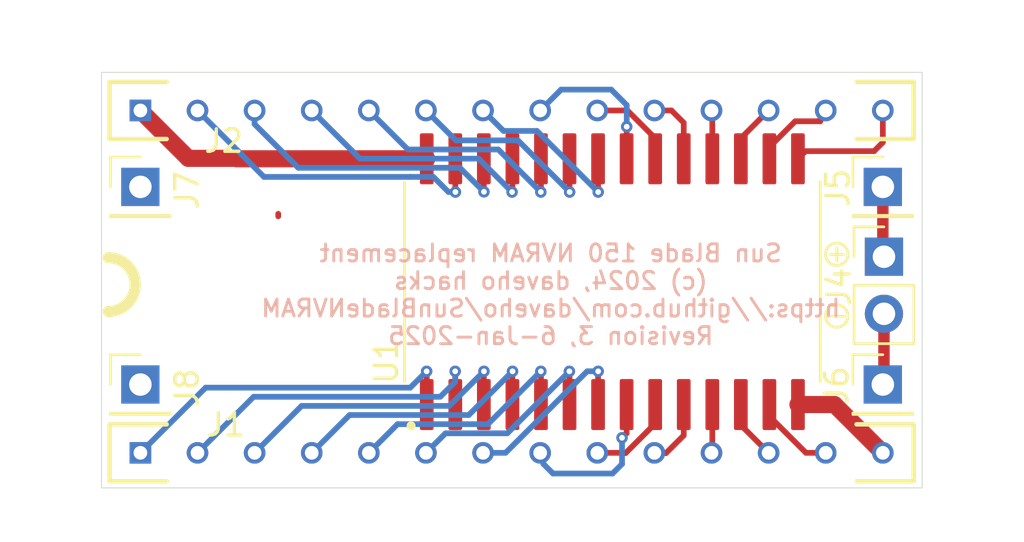
<source format=kicad_pcb>
(kicad_pcb (version 20240108) (generator "pcbnew") (generator_version "8.0")
  (title_block (rev "1"))
  (layers (0 "F.Cu" signal "Front") (31 "B.Cu" signal "Back") (34 "B.Paste" user) (35 "F.Paste" user) (36 "B.SilkS" user "B.Silkscreen") (37 "F.SilkS" user "F.Silkscreen") (38 "B.Mask" user) (39 "F.Mask" user) (44 "Edge.Cuts" user))
  (net 0 "")
  (net 1 "Net-(J1-Pin_10)")
  (net 2 "Net-(J1-Pin_9)")
  (net 3 "Net-(J1-Pin_11)")
  (net 4 "Net-(J1-Pin_14)")
  (net 5 "Net-(J1-Pin_13)")
  (net 6 "Net-(J1-Pin_12)")
  (net 7 "Net-(J1-Pin_8)")
  (net 8 "Net-(J2-Pin_4)")
  (net 9 "Net-(J2-Pin_10)")
  (net 10 "Net-(J2-Pin_11)")
  (net 11 "Net-(J2-Pin_12)")
  (net 12 "Net-(J2-Pin_5)")
  (net 13 "Net-(J2-Pin_9)")
  (net 14 "Net-(J2-Pin_14)")
  (net 15 "Net-(J2-Pin_13)")
  (net 16 "Net-(J2-Pin_8)")
  (net 17 "Net-(J3-Pin_1)")
  (net 18 "Net-(J4-Pin_2)")
  (net 19 "Net-(J4-Pin_1)")
  (net 22 "Net-(J1-Pin_6)")
  (net 23 "Net-(J2-Pin_7)")
  (net 24 "Net-(J1-Pin_5)")
  (net 25 "Net-(J2-Pin_3)")
  (net 26 "Net-(J2-Pin_6)")
  (net 27 "Net-(J2-Pin_1)")
  (net 28 "Net-(J1-Pin_2)")
  (net 29 "Net-(J1-Pin_4)")
  (net 30 "Net-(J1-Pin_1)")
  (net 31 "Net-(J1-Pin_7)")
  (net 32 "Net-(J1-Pin_3)")
  (net 33 "Net-(J2-Pin_2)")
  (footprint "Connector_PinHeader_2.54mm:PinHeader_1x01_P2.54mm_Vertical" (layer "F.Cu") (at 118 74.9)
    (property "Reference" "J5" (at -2 0.05 90) (layer "F.SilkS"))
    (property "Value" "Conn_01x01_Pin")
    (fp_line (start -1.33 -1.33) (end 0 -1.33) (stroke (width 0.12)) (layer "F.SilkS"))
    (fp_line (start -1.33 0) (end -1.33 -1.33) (stroke (width 0.12)) (layer "F.SilkS"))
    (fp_line (start -1.33 1.27) (end -1.33 1.33) (stroke (width 0.12)) (layer "F.SilkS"))
    (fp_line (start -1.33 1.27) (end 1.33 1.27) (stroke (width 0.12)) (layer "F.SilkS"))
    (fp_line (start -1.33 1.33) (end 1.33 1.33) (stroke (width 0.12)) (layer "F.SilkS"))
    (fp_line (start 1.33 1.27) (end 1.33 1.33) (stroke (width 0.12)) (layer "F.SilkS"))
    (pad "1" thru_hole rect (at 0 0) (size 1.7 1.7) (drill 1) (layers "*.Cu" "*.Mask") (net 19 "Net-(J4-Pin_1)"))
  )
  (footprint "Connector_PinHeader_2.54mm:PinHeader_1x01_P2.54mm_Vertical" (layer "F.Cu") (at 84.98 83.7)
    (property "Reference" "J8" (at 2.07 0.15 90) (layer "F.SilkS"))
    (property "Value" "Conn_01x01_Pin")
    (fp_line (start -1.33 -1.33) (end 0 -1.33) (stroke (width 0.12)) (layer "F.SilkS"))
    (fp_line (start -1.33 0) (end -1.33 -1.33) (stroke (width 0.12)) (layer "F.SilkS"))
    (fp_line (start -1.33 1.27) (end -1.33 1.33) (stroke (width 0.12)) (layer "F.SilkS"))
    (fp_line (start -1.33 1.27) (end 1.33 1.27) (stroke (width 0.12)) (layer "F.SilkS"))
    (fp_line (start -1.33 1.33) (end 1.33 1.33) (stroke (width 0.12)) (layer "F.SilkS"))
    (fp_line (start 1.33 1.27) (end 1.33 1.33) (stroke (width 0.12)) (layer "F.SilkS"))
    (pad "1" thru_hole rect (at 0 0) (size 1.7 1.7) (drill 1) (layers "*.Cu" "*.Mask"))
  )
  (footprint "Connector_PinHeader_2.54mm:PinHeader_1x02_P2.54mm_Vertical" (layer "F.Cu") (at 118.05 78.01)
    (property "Reference" "J4" (at -2 1.34 90) (layer "F.SilkS"))
    (property "Value" "Conn_01x02_Pin")
    (fp_line (start -1.33 -1.33) (end 0 -1.33) (stroke (width 0.12)) (layer "F.SilkS"))
    (fp_line (start -1.33 0) (end -1.33 -1.33) (stroke (width 0.12)) (layer "F.SilkS"))
    (fp_line (start -1.33 1.27) (end -1.33 3.87) (stroke (width 0.12)) (layer "F.SilkS"))
    (fp_line (start -1.33 1.27) (end 1.33 1.27) (stroke (width 0.12)) (layer "F.SilkS"))
    (fp_line (start -1.33 3.87) (end 1.33 3.87) (stroke (width 0.12)) (layer "F.SilkS"))
    (fp_line (start 1.33 1.27) (end 1.33 3.87) (stroke (width 0.12)) (layer "F.SilkS"))
    (pad "1" thru_hole rect (at 0 0) (size 1.7 1.7) (drill 1) (layers "*.Cu" "*.Mask") (net 19 "Net-(J4-Pin_1)"))
    (pad "2" thru_hole oval (at 0 2.54) (size 1.7 1.7) (drill 1) (layers "*.Cu" "*.Mask") (net 18 "Net-(J4-Pin_2)"))
  )
  (footprint "Connector_PinHeader_2.54mm:PinHeader_1x01_P2.54mm_Vertical" (layer "F.Cu") (at 84.98 74.9)
    (property "Reference" "J7" (at 2.07 0.15 90) (layer "F.SilkS"))
    (property "Value" "Conn_01x01_Pin")
    (fp_line (start -1.33 -1.33) (end 0 -1.33) (stroke (width 0.12)) (layer "F.SilkS"))
    (fp_line (start -1.33 0) (end -1.33 -1.33) (stroke (width 0.12)) (layer "F.SilkS"))
    (fp_line (start -1.33 1.27) (end -1.33 1.33) (stroke (width 0.12)) (layer "F.SilkS"))
    (fp_line (start -1.33 1.27) (end 1.33 1.27) (stroke (width 0.12)) (layer "F.SilkS"))
    (fp_line (start -1.33 1.33) (end 1.33 1.33) (stroke (width 0.12)) (layer "F.SilkS"))
    (fp_line (start 1.33 1.27) (end 1.33 1.33) (stroke (width 0.12)) (layer "F.SilkS"))
    (pad "1" thru_hole rect (at 0 0) (size 1.7 1.7) (drill 1) (layers "*.Cu" "*.Mask"))
  )
  (footprint "SunBladeNVRAM:SAMTEC_BBL-114-T-E" (layer "F.Cu") (at 84.98 86.74)
    (property "Reference" "J1" (at 3.8 -1.25 0) (layer "F.SilkS"))
    (property "Value" "Conn_01x14_Pin")
    (fp_line (start -1.372 -1.27) (end 1.168 -1.27) (stroke (width 0.2)) (layer "F.SilkS"))
    (fp_line (start -1.372 1.27) (end -1.372 -1.27) (stroke (width 0.2)) (layer "F.SilkS"))
    (fp_line (start -1.372 1.27) (end 1.168 1.27) (stroke (width 0.2)) (layer "F.SilkS"))
    (fp_line (start 34.392 -1.27) (end 31.852 -1.27) (stroke (width 0.2)) (layer "F.SilkS"))
    (fp_line (start 34.392 -1.27) (end 34.392 1.27) (stroke (width 0.2)) (layer "F.SilkS"))
    (fp_line (start 34.392 1.27) (end 31.852 1.27) (stroke (width 0.2)) (layer "F.SilkS"))
    (pad "1" thru_hole rect (at 0 0) (size 0.96 0.96) (drill 0.61) (layers "*.Cu" "*.Mask") (net 30 "Net-(J1-Pin_1)"))
    (pad "2" thru_hole circle (at 2.54 0) (size 0.96 0.96) (drill 0.61) (layers "*.Cu" "*.Mask") (net 28 "Net-(J1-Pin_2)"))
    (pad "3" thru_hole circle (at 5.08 0) (size 0.96 0.96) (drill 0.61) (layers "*.Cu" "*.Mask") (net 32 "Net-(J1-Pin_3)"))
    (pad "4" thru_hole circle (at 7.62 0) (size 0.96 0.96) (drill 0.61) (layers "*.Cu" "*.Mask") (net 29 "Net-(J1-Pin_4)"))
    (pad "5" thru_hole circle (at 10.16 0) (size 0.96 0.96) (drill 0.61) (layers "*.Cu" "*.Mask") (net 24 "Net-(J1-Pin_5)"))
    (pad "6" thru_hole circle (at 12.7 0) (size 0.96 0.96) (drill 0.61) (layers "*.Cu" "*.Mask") (net 22 "Net-(J1-Pin_6)"))
    (pad "7" thru_hole circle (at 15.24 0) (size 0.96 0.96) (drill 0.61) (layers "*.Cu" "*.Mask") (net 31 "Net-(J1-Pin_7)"))
    (pad "8" thru_hole circle (at 17.78 0) (size 0.96 0.96) (drill 0.61) (layers "*.Cu" "*.Mask") (net 7 "Net-(J1-Pin_8)"))
    (pad "9" thru_hole circle (at 20.32 0) (size 0.96 0.96) (drill 0.61) (layers "*.Cu" "*.Mask") (net 2 "Net-(J1-Pin_9)"))
    (pad "10" thru_hole circle (at 22.86 0) (size 0.96 0.96) (drill 0.61) (layers "*.Cu" "*.Mask") (net 1 "Net-(J1-Pin_10)"))
    (pad "11" thru_hole circle (at 25.4 0) (size 0.96 0.96) (drill 0.61) (layers "*.Cu" "*.Mask") (net 3 "Net-(J1-Pin_11)"))
    (pad "12" thru_hole circle (at 27.94 0) (size 0.96 0.96) (drill 0.61) (layers "*.Cu" "*.Mask") (net 6 "Net-(J1-Pin_12)"))
    (pad "13" thru_hole circle (at 30.48 0) (size 0.96 0.96) (drill 0.61) (layers "*.Cu" "*.Mask") (net 5 "Net-(J1-Pin_13)"))
    (pad "14" thru_hole circle (at 33.02 0) (size 0.96 0.96) (drill 0.61) (layers "*.Cu" "*.Mask") (net 4 "Net-(J1-Pin_14)"))
  )
  (footprint "SunBladeNVRAM:M48T59Y-MH" (layer "F.Cu") (at 105.97 79.12 90)
    (property "Reference" "U1" (at -3.54 -10.057 90) (layer "F.SilkS"))
    (property "Value" "M48T59Y-70MH1")
    (fp_line (start -4.445 -9.245) (end 4.445 -9.245) (stroke (width 0.127)) (layer "F.SilkS"))
    (fp_line (start -4.445 9.245) (end 4.445 9.245) (stroke (width 0.127)) (layer "F.SilkS"))
    (fp_circle (center -6.42 -8.95) (end -6.32 -8.95) (stroke (width 0.2)) (fill none) (layer "F.SilkS"))
    (pad "1" smd roundrect (at -5.47 -8.255 90) (size 2.27 0.61) (layers "F.Cu" "F.Paste" "F.Mask") (roundrect_rratio 0.125) (net 30 "Net-(J1-Pin_1)"))
    (pad "2" smd roundrect (at -5.47 -6.985 90) (size 2.27 0.61) (layers "F.Cu" "F.Paste" "F.Mask") (roundrect_rratio 0.125) (net 28 "Net-(J1-Pin_2)"))
    (pad "3" smd roundrect (at -5.47 -5.715 90) (size 2.27 0.61) (layers "F.Cu" "F.Paste" "F.Mask") (roundrect_rratio 0.125) (net 32 "Net-(J1-Pin_3)"))
    (pad "4" smd roundrect (at -5.47 -4.445 90) (size 2.27 0.61) (layers "F.Cu" "F.Paste" "F.Mask") (roundrect_rratio 0.125) (net 29 "Net-(J1-Pin_4)"))
    (pad "5" smd roundrect (at -5.47 -3.175 90) (size 2.27 0.61) (layers "F.Cu" "F.Paste" "F.Mask") (roundrect_rratio 0.125) (net 24 "Net-(J1-Pin_5)"))
    (pad "6" smd roundrect (at -5.47 -1.905 90) (size 2.27 0.61) (layers "F.Cu" "F.Paste" "F.Mask") (roundrect_rratio 0.125) (net 22 "Net-(J1-Pin_6)"))
    (pad "7" smd roundrect (at -5.47 -0.635 90) (size 2.27 0.61) (layers "F.Cu" "F.Paste" "F.Mask") (roundrect_rratio 0.125) (net 31 "Net-(J1-Pin_7)"))
    (pad "8" smd roundrect (at -5.47 0.635 90) (size 2.27 0.61) (layers "F.Cu" "F.Paste" "F.Mask") (roundrect_rratio 0.125) (net 7 "Net-(J1-Pin_8)"))
    (pad "9" smd roundrect (at -5.47 1.905 90) (size 2.27 0.61) (layers "F.Cu" "F.Paste" "F.Mask") (roundrect_rratio 0.125) (net 2 "Net-(J1-Pin_9)"))
    (pad "10" smd roundrect (at -5.47 3.175 90) (size 2.27 0.61) (layers "F.Cu" "F.Paste" "F.Mask") (roundrect_rratio 0.125) (net 1 "Net-(J1-Pin_10)"))
    (pad "11" smd roundrect (at -5.47 4.445 90) (size 2.27 0.61) (layers "F.Cu" "F.Paste" "F.Mask") (roundrect_rratio 0.125) (net 3 "Net-(J1-Pin_11)"))
    (pad "12" smd roundrect (at -5.47 5.715 90) (size 2.27 0.61) (layers "F.Cu" "F.Paste" "F.Mask") (roundrect_rratio 0.125) (net 6 "Net-(J1-Pin_12)"))
    (pad "13" smd roundrect (at -5.47 6.985 90) (size 2.27 0.61) (layers "F.Cu" "F.Paste" "F.Mask") (roundrect_rratio 0.125) (net 5 "Net-(J1-Pin_13)"))
    (pad "14" smd roundrect (at -5.47 8.255 90) (size 2.27 0.61) (layers "F.Cu" "F.Paste" "F.Mask") (roundrect_rratio 0.125) (net 4 "Net-(J1-Pin_14)"))
    (pad "15" smd roundrect (at 5.47 8.255 90) (size 2.27 0.61) (layers "F.Cu" "F.Paste" "F.Mask") (roundrect_rratio 0.125) (net 14 "Net-(J2-Pin_14)"))
    (pad "16" smd roundrect (at 5.47 6.985 90) (size 2.27 0.61) (layers "F.Cu" "F.Paste" "F.Mask") (roundrect_rratio 0.125) (net 15 "Net-(J2-Pin_13)"))
    (pad "17" smd roundrect (at 5.47 5.715 90) (size 2.27 0.61) (layers "F.Cu" "F.Paste" "F.Mask") (roundrect_rratio 0.125) (net 11 "Net-(J2-Pin_12)"))
    (pad "18" smd roundrect (at 5.47 4.445 90) (size 2.27 0.61) (layers "F.Cu" "F.Paste" "F.Mask") (roundrect_rratio 0.125) (net 10 "Net-(J2-Pin_11)"))
    (pad "19" smd roundrect (at 5.47 3.175 90) (size 2.27 0.61) (layers "F.Cu" "F.Paste" "F.Mask") (roundrect_rratio 0.125) (net 9 "Net-(J2-Pin_10)"))
    (pad "20" smd roundrect (at 5.47 1.905 90) (size 2.27 0.61) (layers "F.Cu" "F.Paste" "F.Mask") (roundrect_rratio 0.125) (net 13 "Net-(J2-Pin_9)"))
    (pad "21" smd roundrect (at 5.47 0.635 90) (size 2.27 0.61) (layers "F.Cu" "F.Paste" "F.Mask") (roundrect_rratio 0.125) (net 16 "Net-(J2-Pin_8)"))
    (pad "22" smd roundrect (at 5.47 -0.635 90) (size 2.27 0.61) (layers "F.Cu" "F.Paste" "F.Mask") (roundrect_rratio 0.125) (net 23 "Net-(J2-Pin_7)"))
    (pad "23" smd roundrect (at 5.47 -1.905 90) (size 2.27 0.61) (layers "F.Cu" "F.Paste" "F.Mask") (roundrect_rratio 0.125) (net 26 "Net-(J2-Pin_6)"))
    (pad "24" smd roundrect (at 5.47 -3.175 90) (size 2.27 0.61) (layers "F.Cu" "F.Paste" "F.Mask") (roundrect_rratio 0.125) (net 12 "Net-(J2-Pin_5)"))
    (pad "25" smd roundrect (at 5.47 -4.445 90) (size 2.27 0.61) (layers "F.Cu" "F.Paste" "F.Mask") (roundrect_rratio 0.125) (net 8 "Net-(J2-Pin_4)"))
    (pad "26" smd roundrect (at 5.47 -5.715 90) (size 2.27 0.61) (layers "F.Cu" "F.Paste" "F.Mask") (roundrect_rratio 0.125) (net 25 "Net-(J2-Pin_3)"))
    (pad "27" smd roundrect (at 5.47 -6.985 90) (size 2.27 0.61) (layers "F.Cu" "F.Paste" "F.Mask") (roundrect_rratio 0.125) (net 33 "Net-(J2-Pin_2)"))
    (pad "28" smd roundrect (at 5.47 -8.255 90) (size 2.27 0.61) (layers "F.Cu" "F.Paste" "F.Mask") (roundrect_rratio 0.125) (net 27 "Net-(J2-Pin_1)"))
  )
  (footprint "SunBladeNVRAM:SAMTEC_BBL-114-T-E" (layer "F.Cu") (at 84.98 71.5)
    (property "Reference" "J2" (at 3.71 1.36 0) (layer "F.SilkS"))
    (property "Value" "Conn_01x14_Pin")
    (fp_line (start -1.372 -1.27) (end 1.168 -1.27) (stroke (width 0.2)) (layer "F.SilkS"))
    (fp_line (start -1.372 1.27) (end -1.372 -1.27) (stroke (width 0.2)) (layer "F.SilkS"))
    (fp_line (start -1.372 1.27) (end 1.168 1.27) (stroke (width 0.2)) (layer "F.SilkS"))
    (fp_line (start 34.392 -1.27) (end 31.852 -1.27) (stroke (width 0.2)) (layer "F.SilkS"))
    (fp_line (start 34.392 -1.27) (end 34.392 1.27) (stroke (width 0.2)) (layer "F.SilkS"))
    (fp_line (start 34.392 1.27) (end 31.852 1.27) (stroke (width 0.2)) (layer "F.SilkS"))
    (pad "1" thru_hole rect (at 0 0) (size 0.96 0.96) (drill 0.61) (layers "*.Cu" "*.Mask") (net 27 "Net-(J2-Pin_1)"))
    (pad "2" thru_hole circle (at 2.54 0) (size 0.96 0.96) (drill 0.61) (layers "*.Cu" "*.Mask") (net 33 "Net-(J2-Pin_2)"))
    (pad "3" thru_hole circle (at 5.08 0) (size 0.96 0.96) (drill 0.61) (layers "*.Cu" "*.Mask") (net 25 "Net-(J2-Pin_3)"))
    (pad "4" thru_hole circle (at 7.62 0) (size 0.96 0.96) (drill 0.61) (layers "*.Cu" "*.Mask") (net 8 "Net-(J2-Pin_4)"))
    (pad "5" thru_hole circle (at 10.16 0) (size 0.96 0.96) (drill 0.61) (layers "*.Cu" "*.Mask") (net 12 "Net-(J2-Pin_5)"))
    (pad "6" thru_hole circle (at 12.7 0) (size 0.96 0.96) (drill 0.61) (layers "*.Cu" "*.Mask") (net 26 "Net-(J2-Pin_6)"))
    (pad "7" thru_hole circle (at 15.24 0) (size 0.96 0.96) (drill 0.61) (layers "*.Cu" "*.Mask") (net 23 "Net-(J2-Pin_7)"))
    (pad "8" thru_hole circle (at 17.78 0) (size 0.96 0.96) (drill 0.61) (layers "*.Cu" "*.Mask") (net 16 "Net-(J2-Pin_8)"))
    (pad "9" thru_hole circle (at 20.32 0) (size 0.96 0.96) (drill 0.61) (layers "*.Cu" "*.Mask") (net 13 "Net-(J2-Pin_9)"))
    (pad "10" thru_hole circle (at 22.86 0) (size 0.96 0.96) (drill 0.61) (layers "*.Cu" "*.Mask") (net 9 "Net-(J2-Pin_10)"))
    (pad "11" thru_hole circle (at 25.4 0) (size 0.96 0.96) (drill 0.61) (layers "*.Cu" "*.Mask") (net 10 "Net-(J2-Pin_11)"))
    (pad "12" thru_hole circle (at 27.94 0) (size 0.96 0.96) (drill 0.61) (layers "*.Cu" "*.Mask") (net 11 "Net-(J2-Pin_12)"))
    (pad "13" thru_hole circle (at 30.48 0) (size 0.96 0.96) (drill 0.61) (layers "*.Cu" "*.Mask") (net 15 "Net-(J2-Pin_13)"))
    (pad "14" thru_hole circle (at 33.02 0) (size 0.96 0.96) (drill 0.61) (layers "*.Cu" "*.Mask") (net 14 "Net-(J2-Pin_14)"))
  )
  (footprint "Connector_PinHeader_2.54mm:PinHeader_1x01_P2.54mm_Vertical" (layer "F.Cu") (at 118 83.7)
    (property "Reference" "J6" (at -2.05 0.05 90) (layer "F.SilkS"))
    (property "Value" "Conn_01x01_Pin")
    (fp_line (start -1.33 -1.33) (end 0 -1.33) (stroke (width 0.12)) (layer "F.SilkS"))
    (fp_line (start -1.33 0) (end -1.33 -1.33) (stroke (width 0.12)) (layer "F.SilkS"))
    (fp_line (start -1.33 1.27) (end -1.33 1.33) (stroke (width 0.12)) (layer "F.SilkS"))
    (fp_line (start -1.33 1.27) (end 1.33 1.27) (stroke (width 0.12)) (layer "F.SilkS"))
    (fp_line (start -1.33 1.33) (end 1.33 1.33) (stroke (width 0.12)) (layer "F.SilkS"))
    (fp_line (start 1.33 1.27) (end 1.33 1.33) (stroke (width 0.12)) (layer "F.SilkS"))
    (pad "1" thru_hole rect (at 0 0) (size 1.7 1.7) (drill 1) (layers "*.Cu" "*.Mask") (net 18 "Net-(J4-Pin_2)"))
  )
  (gr_circle (center 115.95 77.9) (end 116.35 78.2) (stroke (width 0.127)) (fill none) (layer "F.SilkS"))
  (gr_arc (start 83.55 78.05) (mid 84.75 79.25) (end 83.55 80.45) (stroke (width 0.5)) (layer "F.SilkS"))
  (gr_circle (center 115.95 80.65) (end 116.35 80.95) (stroke (width 0.127)) (fill none) (layer "F.SilkS"))
  (gr_rect (start 83.25 69.8) (end 119.75 88.3) (stroke (width 0.0381)) (fill none) (layer "Edge.Cuts"))
  (gr_text "Sun Blade 150 NVRAM replacement\n(c) 2024, daveho hacks\nhttps://github.com/daveho/SunBladeNVRAM\nRevision 3, 6-Jan-2025" (at 103.23 81.98 0) (layer "B.SilkS") (effects (font (size 0.762 0.762) (thickness 0.127) (bold yes)) (justify bottom mirror)))
  (gr_text "-" (at 115.45 81.05 0) (layer "F.SilkS") (effects (font (size 0.762 0.762) (thickness 0.127) (bold yes)) (justify left bottom)))
  (gr_text "+" (at 115.4 78.3 0) (layer "F.SilkS") (effects (font (size 0.762 0.762) (thickness 0.127) (bold yes)) (justify left bottom)))
  (segment (start 109.145 84.59) (end 109.145 85.965) (width 0.254) (layer "F.Cu") (net 1))
  (segment (start 108.36 86.75) (end 108.35 86.74) (width 0.254) (layer "F.Cu") (net 1))
  (segment (start 109.145 85.965) (end 108.36 86.75) (width 0.254) (layer "F.Cu") (net 1))
  (segment (start 108.35 86.74) (end 107.84 86.74) (width 0.254) (layer "F.Cu") (net 1))
  (segment (start 107.875 84.59) (end 107.875 85.435) (width 0.254) (layer "F.Cu") (net 2))
  (segment (start 106.55 86.74) (end 105.3 86.74) (width 0.254) (layer "F.Cu") (net 2))
  (segment (start 107.875 85.435) (end 106.56 86.75) (width 0.254) (layer "F.Cu") (net 2))
  (segment (start 106.56 86.75) (end 106.55 86.74) (width 0.254) (layer "F.Cu") (net 2))
  (segment (start 110.415 84.59) (end 110.415 86.705) (width 0.254) (layer "F.Cu") (net 3))
  (segment (start 110.415 86.705) (end 110.38 86.74) (width 0.254) (layer "F.Cu") (net 3))
  (segment (start 114.225 84.59) (end 115.85 84.59) (width 0.762) (layer "F.Cu") (net 4))
  (segment (start 115.85 84.59) (end 118 86.74) (width 0.762) (layer "F.Cu") (net 4))
  (segment (start 114.582422 86.74) (end 115.46 86.74) (width 0.254) (layer "F.Cu") (net 5))
  (segment (start 112.955 84.59) (end 112.955 85.112578) (width 0.254) (layer "F.Cu") (net 5))
  (segment (start 112.955 85.112578) (end 114.582422 86.74) (width 0.254) (layer "F.Cu") (net 5))
  (segment (start 111.685 85.505) (end 112.92 86.74) (width 0.254) (layer "F.Cu") (net 6))
  (segment (start 111.685 84.59) (end 111.685 85.505) (width 0.254) (layer "F.Cu") (net 6))
  (segment (start 106.605 84.59) (end 106.605 85.865) (width 0.254) (layer "F.Cu") (net 7))
  (segment (start 106.605 85.865) (end 106.4 86.07) (width 0.254) (layer "F.Cu") (net 7))
  (via (at 106.4 86.07) (size 0.508) (drill 0.254) (layers "F.Cu" "B.Cu") (net 7))
  (segment (start 105.98 87.66) (end 103.33 87.66) (width 0.254) (layer "B.Cu") (net 7))
  (segment (start 103.33 87.66) (end 102.9 87.23) (width 0.254) (layer "B.Cu") (net 7))
  (segment (start 106.4 87.24) (end 105.98 87.66) (width 0.254) (layer "B.Cu") (net 7))
  (segment (start 102.9 87.23) (end 102.9 86.88) (width 0.254) (layer "B.Cu") (net 7))
  (segment (start 102.9 86.88) (end 102.76 86.74) (width 0.254) (layer "B.Cu") (net 7))
  (segment (start 106.4 86.07) (end 106.4 87.24) (width 0.254) (layer "B.Cu") (net 7))
  (segment (start 101.525 73.65) (end 101.525 75.115) (width 0.254) (layer "F.Cu") (net 8))
  (segment (start 101.525 75.115) (end 101.51 75.13) (width 0.254) (layer "F.Cu") (net 8))
  (segment (start 101.4948 73.6198) (end 101.525 73.65) (width 0.254) (layer "F.Cu") (net 8))
  (via (at 101.51 75.13) (size 0.508) (drill 0.254) (layers "F.Cu" "B.Cu") (net 8))
  (segment (start 101.51 75.13) (end 100.0228 73.6428) (width 0.254) (layer "B.Cu") (net 8))
  (segment (start 100.0228 73.6428) (end 94.7428 73.6428) (width 0.254) (layer "B.Cu") (net 8))
  (segment (start 94.7428 73.6428) (end 92.6 71.5) (width 0.254) (layer "B.Cu") (net 8))
  (segment (start 108.6 71.5) (end 107.84 71.5) (width 0.254) (layer "F.Cu") (net 9))
  (segment (start 109.145 72.045) (end 108.6 71.5) (width 0.254) (layer "F.Cu") (net 9))
  (segment (start 109.145 73.65) (end 109.145 72.045) (width 0.254) (layer "F.Cu") (net 9))
  (segment (start 110.415 73.65) (end 110.415 71.535) (width 0.254) (layer "F.Cu") (net 10))
  (segment (start 110.415 71.535) (end 110.38 71.5) (width 0.254) (layer "F.Cu") (net 10))
  (segment (start 111.685 73.65) (end 111.685 72.735) (width 0.254) (layer "F.Cu") (net 11))
  (segment (start 111.685 72.735) (end 112.92 71.5) (width 0.254) (layer "F.Cu") (net 11))
  (segment (start 102.795 75.125) (end 102.79 75.13) (width 0.254) (layer "F.Cu") (net 12))
  (segment (start 102.795 73.65) (end 102.795 75.125) (width 0.254) (layer "F.Cu") (net 12))
  (via (at 102.79 75.13) (size 0.508) (drill 0.254) (layers "F.Cu" "B.Cu") (net 12))
  (segment (start 96.8764 73.2364) (end 95.14 71.5) (width 0.254) (layer "B.Cu") (net 12))
  (segment (start 100.8964 73.2364) (end 96.8764 73.2364) (width 0.254) (layer "B.Cu") (net 12))
  (segment (start 102.79 75.13) (end 100.8964 73.2364) (width 0.254) (layer "B.Cu") (net 12))
  (segment (start 106.63 71.49) (end 106.62 71.5) (width 0.254) (layer "F.Cu") (net 13))
  (segment (start 107.875 73.65) (end 107.875 72.735) (width 0.254) (layer "F.Cu") (net 13))
  (segment (start 106.62 71.5) (end 105.3 71.5) (width 0.254) (layer "F.Cu") (net 13))
  (segment (start 107.875 72.735) (end 106.63 71.49) (width 0.254) (layer "F.Cu") (net 13))
  (segment (start 114.565 73.31) (end 114.225 73.65) (width 0.254) (layer "F.Cu") (net 14))
  (segment (start 118 72.92) (end 117.61 73.31) (width 0.254) (layer "F.Cu") (net 14))
  (segment (start 118 71.5) (end 118 72.92) (width 0.254) (layer "F.Cu") (net 14))
  (segment (start 117.61 73.31) (end 114.565 73.31) (width 0.254) (layer "F.Cu") (net 14))
  (segment (start 112.955 73.127422) (end 114.102422 71.98) (width 0.254) (layer "F.Cu") (net 15))
  (segment (start 112.955 73.65) (end 112.955 73.127422) (width 0.254) (layer "F.Cu") (net 15))
  (segment (start 115.22 71.98) (end 115.22 71.74) (width 0.254) (layer "F.Cu") (net 15))
  (segment (start 115.22 71.74) (end 115.46 71.5) (width 0.254) (layer "F.Cu") (net 15))
  (segment (start 114.102422 71.98) (end 115.22 71.98) (width 0.254) (layer "F.Cu") (net 15))
  (segment (start 106.607829 73.647171) (end 106.605 73.65) (width 0.254) (layer "F.Cu") (net 16))
  (segment (start 106.607829 72.222171) (end 106.607829 73.647171) (width 0.254) (layer "F.Cu") (net 16))
  (via (at 106.607829 72.222171) (size 0.508) (drill 0.254) (layers "F.Cu" "B.Cu") (net 16))
  (segment (start 105.92 70.57) (end 106.61 71.26) (width 0.254) (layer "B.Cu") (net 16))
  (segment (start 103.69 70.57) (end 105.92 70.57) (width 0.254) (layer "B.Cu") (net 16))
  (segment (start 106.61 71.26) (end 106.61 72.22) (width 0.254) (layer "B.Cu") (net 16))
  (segment (start 102.76 71.5) (end 103.69 70.57) (width 0.254) (layer "B.Cu") (net 16))
  (segment (start 106.61 72.22) (end 106.607829 72.222171) (width 0.254) (layer "B.Cu") (net 16))
  (segment (start 91.11 76.21) (end 91.11 76.1) (width 0.254) (layer "F.Cu") (net 17))
  (segment (start 118.05 83.7) (end 118.05 80.55) (width 0.508) (layer "F.Cu") (net 18))
  (segment (start 118 77.96) (end 118.05 78.01) (width 0.508) (layer "F.Cu") (net 19))
  (segment (start 118 74.9) (end 118 77.96) (width 0.508) (layer "F.Cu") (net 19))
  (segment (start 104.065 83.115) (end 104.06 83.11) (width 0.254) (layer "F.Cu") (net 22))
  (segment (start 104.065 84.59) (end 104.065 83.115) (width 0.254) (layer "F.Cu") (net 22))
  (via (at 104.06 83.11) (size 0.508) (drill 0.254) (layers "F.Cu" "B.Cu") (net 22))
  (segment (start 101.3 85.87) (end 98.99 85.87) (width 0.254) (layer "B.Cu") (net 22))
  (segment (start 98.55 85.87) (end 98.99 85.87) (width 0.254) (layer "B.Cu") (net 22))
  (segment (start 104.06 83.11) (end 101.3 85.87) (width 0.254) (layer "B.Cu") (net 22))
  (segment (start 97.68 86.74) (end 98.55 85.87) (width 0.254) (layer "B.Cu") (net 22))
  (segment (start 105.310188 73.625188) (end 105.335 73.65) (width 0.254) (layer "F.Cu") (net 23))
  (segment (start 105.335 75.125) (end 105.34 75.13) (width 0.254) (layer "F.Cu") (net 23))
  (segment (start 105.335 73.65) (end 105.335 75.125) (width 0.254) (layer "F.Cu") (net 23))
  (via (at 105.34 75.13) (size 0.508) (drill 0.254) (layers "F.Cu" "B.Cu") (net 23))
  (segment (start 102.62 72.41) (end 105.34 75.13) (width 0.254) (layer "B.Cu") (net 23))
  (segment (start 100.22 71.5) (end 101.13 72.41) (width 0.254) (layer "B.Cu") (net 23))
  (segment (start 101.13 72.41) (end 102.62 72.41) (width 0.254) (layer "B.Cu") (net 23))
  (segment (start 102.795 84.59) (end 102.795 83.115) (width 0.254) (layer "F.Cu") (net 24))
  (segment (start 102.795 83.115) (end 102.79 83.11) (width 0.254) (layer "F.Cu") (net 24))
  (via (at 102.79 83.11) (size 0.508) (drill 0.254) (layers "F.Cu" "B.Cu") (net 24))
  (segment (start 102.79 83.11) (end 100.4364 85.4636) (width 0.254) (layer "B.Cu") (net 24))
  (segment (start 96.4164 85.4636) (end 95.14 86.74) (width 0.254) (layer "B.Cu") (net 24))
  (segment (start 100.4364 85.4636) (end 96.4164 85.4636) (width 0.254) (layer "B.Cu") (net 24))
  (segment (start 100.255 75.115) (end 100.26 75.12) (width 0.254) (layer "F.Cu") (net 25))
  (segment (start 100.255 73.65) (end 100.255 75.115) (width 0.254) (layer "F.Cu") (net 25))
  (via (at 100.26 75.12) (size 0.508) (drill 0.254) (layers "F.Cu" "B.Cu") (net 25))
  (segment (start 92 74.05) (end 90.06 72.11) (width 0.254) (layer "B.Cu") (net 25))
  (segment (start 99.19 74.05) (end 92 74.05) (width 0.254) (layer "B.Cu") (net 25))
  (segment (start 100.26 75.12) (end 99.19 74.05) (width 0.254) (layer "B.Cu") (net 25))
  (segment (start 90.06 72.11) (end 90.06 71.5) (width 0.254) (layer "B.Cu") (net 25))
  (segment (start 104.065 73.65) (end 104.065 75.125) (width 0.254) (layer "F.Cu") (net 26))
  (segment (start 104.065 75.125) (end 104.07 75.13) (width 0.254) (layer "F.Cu") (net 26))
  (via (at 104.07 75.13) (size 0.508) (drill 0.254) (layers "F.Cu" "B.Cu") (net 26))
  (segment (start 101.77 72.83) (end 99.01 72.83) (width 0.254) (layer "B.Cu") (net 26))
  (segment (start 104.07 75.13) (end 101.77 72.83) (width 0.254) (layer "B.Cu") (net 26))
  (segment (start 99.01 72.83) (end 97.68 71.5) (width 0.254) (layer "B.Cu") (net 26))
  (segment (start 89.29 73.65) (end 97.715 73.65) (width 0.762) (layer "F.Cu") (net 27))
  (segment (start 89.27 73.63) (end 89.29 73.65) (width 0.762) (layer "F.Cu") (net 27))
  (segment (start 87.11 73.63) (end 89.27 73.63) (width 0.762) (layer "F.Cu") (net 27))
  (segment (start 84.98 71.5) (end 87.11 73.63) (width 0.762) (layer "F.Cu") (net 27))
  (segment (start 98.985 84.59) (end 98.985 83.115) (width 0.254) (layer "F.Cu") (net 28))
  (segment (start 98.985 83.115) (end 98.98 83.11) (width 0.254) (layer "F.Cu") (net 28))
  (via (at 98.98 83.11) (size 0.508) (drill 0.254) (layers "F.Cu" "B.Cu") (net 28))
  (segment (start 98.3156 84.2444) (end 90.0156 84.2444) (width 0.254) (layer "B.Cu") (net 28))
  (segment (start 98.98 83.58) (end 98.3156 84.2444) (width 0.254) (layer "B.Cu") (net 28))
  (segment (start 98.98 83.11) (end 98.98 83.58) (width 0.254) (layer "B.Cu") (net 28))
  (segment (start 90.0156 84.2444) (end 87.52 86.74) (width 0.254) (layer "B.Cu") (net 28))
  (segment (start 101.525 84.59) (end 101.525 83.115) (width 0.254) (layer "F.Cu") (net 29))
  (segment (start 101.525 83.115) (end 101.53 83.11) (width 0.254) (layer "F.Cu") (net 29))
  (via (at 101.53 83.11) (size 0.508) (drill 0.254) (layers "F.Cu" "B.Cu") (net 29))
  (segment (start 99.5828 85.0572) (end 94.2828 85.0572) (width 0.254) (layer "B.Cu") (net 29))
  (segment (start 94.2828 85.0572) (end 92.6 86.74) (width 0.254) (layer "B.Cu") (net 29))
  (segment (start 101.53 83.11) (end 99.5828 85.0572) (width 0.254) (layer "B.Cu") (net 29))
  (segment (start 97.715 84.59) (end 97.715 83.115) (width 0.254) (layer "F.Cu") (net 30))
  (segment (start 97.715 83.115) (end 97.71 83.11) (width 0.254) (layer "F.Cu") (net 30))
  (via (at 97.71 83.11) (size 0.508) (drill 0.254) (layers "F.Cu" "B.Cu") (net 30))
  (segment (start 87.882 83.838) (end 84.98 86.74) (width 0.254) (layer "B.Cu") (net 30))
  (segment (start 97.71 83.11) (end 96.982 83.838) (width 0.254) (layer "B.Cu") (net 30))
  (segment (start 96.982 83.838) (end 87.882 83.838) (width 0.254) (layer "B.Cu") (net 30))
  (segment (start 105.335 83.115) (end 105.34 83.11) (width 0.254) (layer "F.Cu") (net 31))
  (segment (start 105.335 84.59) (end 105.335 83.115) (width 0.254) (layer "F.Cu") (net 31))
  (via (at 105.34 83.11) (size 0.508) (drill 0.254) (layers "F.Cu" "B.Cu") (net 31))
  (segment (start 104.85 83.11) (end 101.22 86.74) (width 0.254) (layer "B.Cu") (net 31))
  (segment (start 105.34 83.11) (end 104.85 83.11) (width 0.254) (layer "B.Cu") (net 31))
  (segment (start 101.22 86.74) (end 100.22 86.74) (width 0.254) (layer "B.Cu") (net 31))
  (segment (start 100.255 83.115) (end 100.26 83.11) (width 0.254) (layer "F.Cu") (net 32))
  (segment (start 100.255 84.59) (end 100.255 83.115) (width 0.254) (layer "F.Cu") (net 32))
  (via (at 100.26 83.11) (size 0.508) (drill 0.254) (layers "F.Cu" "B.Cu") (net 32))
  (segment (start 98.7192 84.6508) (end 92.1492 84.6508) (width 0.254) (layer "B.Cu") (net 32))
  (segment (start 92.1492 84.6508) (end 90.06 86.74) (width 0.254) (layer "B.Cu") (net 32))
  (segment (start 100.26 83.11) (end 98.7192 84.6508) (width 0.254) (layer "B.Cu") (net 32))
  (segment (start 98.985 73.65) (end 98.985 75.125) (width 0.254) (layer "F.Cu") (net 33))
  (segment (start 98.985 75.125) (end 98.99 75.13) (width 0.254) (layer "F.Cu") (net 33))
  (via (at 98.99 75.13) (size 0.508) (drill 0.254) (layers "F.Cu" "B.Cu") (net 33))
  (segment (start 98.01 74.4564) (end 98.6836 75.13) (width 0.254) (layer "B.Cu") (net 33))
  (segment (start 96.99 74.4564) (end 90.4764 74.4564) (width 0.254) (layer "B.Cu") (net 33))
  (segment (start 90.4764 74.4564) (end 87.52 71.5) (width 0.254) (layer "B.Cu") (net 33))
  (segment (start 98.6836 75.13) (end 98.99 75.13) (width 0.254) (layer "B.Cu") (net 33))
  (segment (start 96.99 74.4564) (end 98.01 74.4564) (width 0.254) (layer "B.Cu") (net 33))
)
</source>
